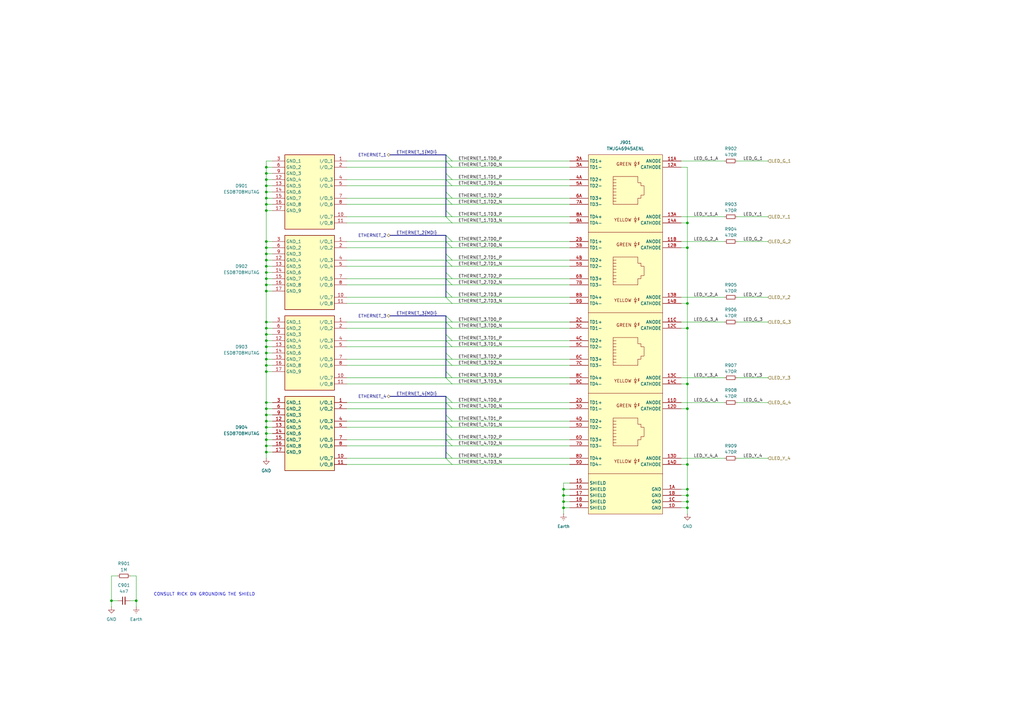
<source format=kicad_sch>
(kicad_sch (version 20231120) (generator "eeschema") (generator_version "8.0")
  (paper "A3")
  (title_block (title "RJ45 Connectors") (date "2024-04-06") (rev "0.0.0") (company "Ben Smith"))
  (lib_symbols
    (symbol "Device:C_Small" (pin_numbers hide) (pin_names (offset 0.254) hide)
      (property "Reference" "C" (at 0.254 1.778 0))
      (property "Value" "C_Small" (at 0.254 -2.032 0))
      (symbol "C_Small_0_1"
        (polyline (pts (xy -1.524 -0.508) (xy 1.524 -0.508)) (stroke (width 0.3302)))
        (polyline (pts (xy -1.524 0.508) (xy 1.524 0.508)) (stroke (width 0.3048)))
      )
      (symbol "C_Small_1_1"
        (pin passive line (at 0 2.54 270) (length 2.032) (name "~") (number "1"))
        (pin passive line (at 0 -2.54 90) (length 2.032) (name "~") (number "2"))
      )
    )
    (symbol "Device:R_Small" (pin_numbers hide) (pin_names (offset 0.254) hide)
      (property "Reference" "R" (at 0.762 0.508 0))
      (property "Value" "R_Small" (at 0.762 -1.016 0))
      (symbol "R_Small_0_1"
        (rectangle (start -0.762 1.778) (end 0.762 -1.778) (stroke (width 0.2032)))
      )
      (symbol "R_Small_1_1"
        (pin passive line (at 0 2.54 270) (length 0.762) (name "~") (number "1"))
        (pin passive line (at 0 -2.54 90) (length 0.762) (name "~") (number "2"))
      )
    )
    (symbol "ESD8708MUTAG:ESD8708MUTAG"
      (property "Reference" "D" (at 0 5.08 0))
      (property "Value" "ESD8708MUTAG" (at 0 2.54 0))
      (symbol "ESD8708MUTAG_1_1"
        (rectangle (start -10.16 0) (end 10.16 -30.48) (stroke (width 0.254)) (fill (type background)))
        (pin passive line (at 15.24 -2.54 180) (length 5.08) (name "I/O_1") (number "1"))
        (pin passive line (at 15.24 -25.4 180) (length 5.08) (name "I/O_7") (number "10"))
        (pin passive line (at 15.24 -27.94 180) (length 5.08) (name "I/O_8") (number "11"))
        (pin passive line (at -15.24 -10.16 0) (length 5.08) (name "GND_4") (number "12"))
        (pin passive line (at -15.24 -12.7 0) (length 5.08) (name "GND_5") (number "13"))
        (pin passive line (at -15.24 -15.24 0) (length 5.08) (name "GND_6") (number "14"))
        (pin passive line (at -15.24 -17.78 0) (length 5.08) (name "GND_7") (number "15"))
        (pin passive line (at -15.24 -20.32 0) (length 5.08) (name "GND_8") (number "16"))
        (pin passive line (at -15.24 -22.86 0) (length 5.08) (name "GND_9") (number "17"))
        (pin passive line (at 15.24 -5.08 180) (length 5.08) (name "I/O_2") (number "2"))
        (pin passive line (at -15.24 -2.54 0) (length 5.08) (name "GND_1") (number "3"))
        (pin passive line (at 15.24 -10.16 180) (length 5.08) (name "I/O_3") (number "4"))
        (pin passive line (at 15.24 -12.7 180) (length 5.08) (name "I/O_4") (number "5"))
        (pin passive line (at -15.24 -5.08 0) (length 5.08) (name "GND_2") (number "6"))
        (pin passive line (at 15.24 -17.78 180) (length 5.08) (name "I/O_5") (number "7"))
        (pin passive line (at 15.24 -20.32 180) (length 5.08) (name "I/O_6") (number "8"))
        (pin passive line (at -15.24 -7.62 0) (length 5.08) (name "GND_3") (number "9"))
      )
    )
    (symbol "TMJG46945AENL:TMJG46945AENL"
      (property "Reference" "J" (at 0 5.08 0))
      (property "Value" "TMJG46945AENL" (at 0 2.54 0))
      (symbol "TMJG46945AENL_0_1"
        (polyline (pts (xy -15.24 -130.81) (xy 15.24 -130.81)))
        (polyline (pts (xy -15.24 -97.79) (xy 15.24 -97.79)))
        (polyline (pts (xy -15.24 -64.77) (xy 15.24 -64.77)))
        (polyline (pts (xy -15.24 -31.75) (xy 15.24 -31.75)))
        (polyline (pts (xy -3.81 -110.49) (xy -5.08 -110.49)))
        (polyline (pts (xy -3.81 -109.22) (xy -5.08 -109.22)))
        (polyline (pts (xy -3.81 -77.47) (xy -5.08 -77.47)))
        (polyline (pts (xy -3.81 -76.2) (xy -5.08 -76.2)))
        (polyline (pts (xy -3.81 -44.45) (xy -5.08 -44.45)))
        (polyline (pts (xy -3.81 -43.18) (xy -5.08 -43.18)))
        (polyline (pts (xy -3.81 -11.43) (xy -5.08 -11.43)))
        (polyline (pts (xy -3.81 -10.16) (xy -5.08 -10.16)))
        (polyline (pts (xy 4.064 -127) (xy 4.064 -126.238)))
        (polyline (pts (xy 4.064 -124.46) (xy 4.064 -125.222)))
        (polyline (pts (xy 4.064 -104.14) (xy 4.064 -103.378)))
        (polyline (pts (xy 4.064 -101.6) (xy 4.064 -102.362)))
        (polyline (pts (xy 4.064 -93.98) (xy 4.064 -93.218)))
        (polyline (pts (xy 4.064 -91.44) (xy 4.064 -92.202)))
        (polyline (pts (xy 4.064 -71.12) (xy 4.064 -70.358)))
        (polyline (pts (xy 4.064 -68.58) (xy 4.064 -69.342)))
        (polyline (pts (xy 4.064 -60.96) (xy 4.064 -60.198)))
        (polyline (pts (xy 4.064 -58.42) (xy 4.064 -59.182)))
        (polyline (pts (xy 4.064 -38.1) (xy 4.064 -37.338)))
        (polyline (pts (xy 4.064 -35.56) (xy 4.064 -36.322)))
        (polyline (pts (xy 4.064 -27.94) (xy 4.064 -27.178)))
        (polyline (pts (xy 4.064 -25.4) (xy 4.064 -26.162)))
        (polyline (pts (xy 4.064 -5.08) (xy 4.064 -4.318)))
        (polyline (pts (xy 4.064 -2.54) (xy 4.064 -3.302)))
        (polyline (pts (xy 4.572 -126.238) (xy 3.556 -126.238)))
        (polyline (pts (xy 4.572 -103.378) (xy 3.556 -103.378)))
        (polyline (pts (xy 4.572 -93.218) (xy 3.556 -93.218)))
        (polyline (pts (xy 4.572 -70.358) (xy 3.556 -70.358)))
        (polyline (pts (xy 4.572 -60.198) (xy 3.556 -60.198)))
        (polyline (pts (xy 4.572 -37.338) (xy 3.556 -37.338)))
        (polyline (pts (xy 4.572 -27.178) (xy 3.556 -27.178)))
        (polyline (pts (xy 4.572 -4.318) (xy 3.556 -4.318)))
        (polyline (pts (xy 5.588 -125.476) (xy 5.461 -125.857)))
        (polyline (pts (xy 5.588 -124.841) (xy 5.461 -125.222)))
        (polyline (pts (xy 5.588 -102.616) (xy 5.461 -102.997)))
        (polyline (pts (xy 5.588 -101.981) (xy 5.461 -102.362)))
        (polyline (pts (xy 5.588 -92.456) (xy 5.461 -92.837)))
        (polyline (pts (xy 5.588 -91.821) (xy 5.461 -92.202)))
        (polyline (pts (xy 5.588 -69.596) (xy 5.461 -69.977)))
        (polyline (pts (xy 5.588 -68.961) (xy 5.461 -69.342)))
        (polyline (pts (xy 5.588 -59.436) (xy 5.461 -59.817)))
        (polyline (pts (xy 5.588 -58.801) (xy 5.461 -59.182)))
        (polyline (pts (xy 5.588 -36.576) (xy 5.461 -36.957)))
        (polyline (pts (xy 5.588 -35.941) (xy 5.461 -36.322)))
        (polyline (pts (xy 5.588 -26.416) (xy 5.461 -26.797)))
        (polyline (pts (xy 5.588 -25.781) (xy 5.461 -26.162)))
        (polyline (pts (xy 5.588 -3.556) (xy 5.461 -3.937)))
        (polyline (pts (xy 5.588 -2.921) (xy 5.461 -3.302)))
        (polyline (pts (xy -5.08 -118.11) (xy -3.81 -118.11) (xy -3.81 -118.11)))
        (polyline (pts (xy -5.08 -116.84) (xy -3.81 -116.84) (xy -3.81 -116.84)))
        (polyline (pts (xy -5.08 -115.57) (xy -3.81 -115.57) (xy -3.81 -115.57)))
        (polyline (pts (xy -5.08 -114.3) (xy -3.81 -114.3) (xy -3.81 -114.3)))
        (polyline (pts (xy -5.08 -113.03) (xy -3.81 -113.03) (xy -3.81 -113.03)))
        (polyline (pts (xy -5.08 -85.09) (xy -3.81 -85.09) (xy -3.81 -85.09)))
        (polyline (pts (xy -5.08 -83.82) (xy -3.81 -83.82) (xy -3.81 -83.82)))
        (polyline (pts (xy -5.08 -82.55) (xy -3.81 -82.55) (xy -3.81 -82.55)))
        (polyline (pts (xy -5.08 -81.28) (xy -3.81 -81.28) (xy -3.81 -81.28)))
        (polyline (pts (xy -5.08 -80.01) (xy -3.81 -80.01) (xy -3.81 -80.01)))
        (polyline (pts (xy -5.08 -52.07) (xy -3.81 -52.07) (xy -3.81 -52.07)))
        (polyline (pts (xy -5.08 -50.8) (xy -3.81 -50.8) (xy -3.81 -50.8)))
        (polyline (pts (xy -5.08 -49.53) (xy -3.81 -49.53) (xy -3.81 -49.53)))
        (polyline (pts (xy -5.08 -48.26) (xy -3.81 -48.26) (xy -3.81 -48.26)))
        (polyline (pts (xy -5.08 -46.99) (xy -3.81 -46.99) (xy -3.81 -46.99)))
        (polyline (pts (xy -5.08 -19.05) (xy -3.81 -19.05) (xy -3.81 -19.05)))
        (polyline (pts (xy -5.08 -17.78) (xy -3.81 -17.78) (xy -3.81 -17.78)))
        (polyline (pts (xy -5.08 -16.51) (xy -3.81 -16.51) (xy -3.81 -16.51)))
        (polyline (pts (xy -5.08 -15.24) (xy -3.81 -15.24) (xy -3.81 -15.24)))
        (polyline (pts (xy -5.08 -13.97) (xy -3.81 -13.97) (xy -3.81 -13.97)))
        (polyline (pts (xy -3.81 -111.76) (xy -5.08 -111.76) (xy -5.08 -111.76)))
        (polyline (pts (xy -3.81 -78.74) (xy -5.08 -78.74) (xy -5.08 -78.74)))
        (polyline (pts (xy -3.81 -45.72) (xy -5.08 -45.72) (xy -5.08 -45.72)))
        (polyline (pts (xy -3.81 -12.7) (xy -5.08 -12.7) (xy -5.08 -12.7)))
        (polyline (pts (xy 5.08 -125.984) (xy 5.588 -125.476) (xy 5.207 -125.603)))
        (polyline (pts (xy 5.08 -125.349) (xy 5.588 -124.841) (xy 5.207 -124.968)))
        (polyline (pts (xy 5.08 -103.124) (xy 5.588 -102.616) (xy 5.207 -102.743)))
        (polyline (pts (xy 5.08 -102.489) (xy 5.588 -101.981) (xy 5.207 -102.108)))
        (polyline (pts (xy 5.08 -92.964) (xy 5.588 -92.456) (xy 5.207 -92.583)))
        (polyline (pts (xy 5.08 -92.329) (xy 5.588 -91.821) (xy 5.207 -91.948)))
        (polyline (pts (xy 5.08 -70.104) (xy 5.588 -69.596) (xy 5.207 -69.723)))
        (polyline (pts (xy 5.08 -69.469) (xy 5.588 -68.961) (xy 5.207 -69.088)))
        (polyline (pts (xy 5.08 -59.944) (xy 5.588 -59.436) (xy 5.207 -59.563)))
        (polyline (pts (xy 5.08 -59.309) (xy 5.588 -58.801) (xy 5.207 -58.928)))
        (polyline (pts (xy 5.08 -37.084) (xy 5.588 -36.576) (xy 5.207 -36.703)))
        (polyline (pts (xy 5.08 -36.449) (xy 5.588 -35.941) (xy 5.207 -36.068)))
        (polyline (pts (xy 5.08 -26.924) (xy 5.588 -26.416) (xy 5.207 -26.543)))
        (polyline (pts (xy 5.08 -26.289) (xy 5.588 -25.781) (xy 5.207 -25.908)))
        (polyline (pts (xy 5.08 -4.064) (xy 5.588 -3.556) (xy 5.207 -3.683)))
        (polyline (pts (xy 5.08 -3.429) (xy 5.588 -2.921) (xy 5.207 -3.048)))
        (polyline (pts (xy 4.064 -126.238) (xy 4.572 -125.222) (xy 3.556 -125.222) (xy 4.064 -126.238)))
        (polyline (pts (xy 4.064 -103.378) (xy 4.572 -102.362) (xy 3.556 -102.362) (xy 4.064 -103.378)))
        (polyline (pts (xy 4.064 -93.218) (xy 4.572 -92.202) (xy 3.556 -92.202) (xy 4.064 -93.218)))
        (polyline (pts (xy 4.064 -70.358) (xy 4.572 -69.342) (xy 3.556 -69.342) (xy 4.064 -70.358)))
        (polyline (pts (xy 4.064 -60.198) (xy 4.572 -59.182) (xy 3.556 -59.182) (xy 4.064 -60.198)))
        (polyline (pts (xy 4.064 -37.338) (xy 4.572 -36.322) (xy 3.556 -36.322) (xy 4.064 -37.338)))
        (polyline (pts (xy 4.064 -27.178) (xy 4.572 -26.162) (xy 3.556 -26.162) (xy 4.064 -27.178)))
        (polyline (pts (xy 4.064 -4.318) (xy 4.572 -3.302) (xy 3.556 -3.302) (xy 4.064 -4.318)))
        (polyline (pts (xy -5.08 -119.38) (xy -5.08 -107.95) (xy 5.08 -107.95) (xy 5.08 -110.49) (xy 6.35 -110.49) (xy 6.35 -111.76) (xy 7.62 -111.76) (xy 7.62 -115.57) (xy 6.35 -115.57) (xy 6.35 -116.84) (xy 5.08 -116.84) (xy 5.08 -119.38) (xy -5.08 -119.38) (xy -5.08 -119.38)))
        (polyline (pts (xy -5.08 -86.36) (xy -5.08 -74.93) (xy 5.08 -74.93) (xy 5.08 -77.47) (xy 6.35 -77.47) (xy 6.35 -78.74) (xy 7.62 -78.74) (xy 7.62 -82.55) (xy 6.35 -82.55) (xy 6.35 -83.82) (xy 5.08 -83.82) (xy 5.08 -86.36) (xy -5.08 -86.36) (xy -5.08 -86.36)))
        (polyline (pts (xy -5.08 -53.34) (xy -5.08 -41.91) (xy 5.08 -41.91) (xy 5.08 -44.45) (xy 6.35 -44.45) (xy 6.35 -45.72) (xy 7.62 -45.72) (xy 7.62 -49.53) (xy 6.35 -49.53) (xy 6.35 -50.8) (xy 5.08 -50.8) (xy 5.08 -53.34) (xy -5.08 -53.34) (xy -5.08 -53.34)))
        (polyline (pts (xy -5.08 -20.32) (xy -5.08 -8.89) (xy 5.08 -8.89) (xy 5.08 -11.43) (xy 6.35 -11.43) (xy 6.35 -12.7) (xy 7.62 -12.7) (xy 7.62 -16.51) (xy 6.35 -16.51) (xy 6.35 -17.78) (xy 5.08 -17.78) (xy 5.08 -20.32) (xy -5.08 -20.32) (xy -5.08 -20.32)))
      )
      (symbol "TMJG46945AENL_1_1"
        (rectangle (start -15.24 0) (end 15.24 -147.32) (fill (type background)))
        (text "GREEN" (at 2.54 -102.87 0) (effects (font (size 1.27 1.27)) (justify right)))
        (text "GREEN" (at 2.54 -69.85 0) (effects (font (size 1.27 1.27)) (justify right)))
        (text "GREEN" (at 2.54 -36.83 0) (effects (font (size 1.27 1.27)) (justify right)))
        (text "GREEN" (at 2.54 -3.81 0) (effects (font (size 1.27 1.27)) (justify right)))
        (text "YELLOW" (at 2.54 -125.73 0) (effects (font (size 1.27 1.27)) (justify right)))
        (text "YELLOW" (at 2.54 -92.71 0) (effects (font (size 1.27 1.27)) (justify right)))
        (text "YELLOW" (at 2.54 -59.69 0) (effects (font (size 1.27 1.27)) (justify right)))
        (text "YELLOW" (at 2.54 -26.67 0) (effects (font (size 1.27 1.27)) (justify right)))
        (pin unspecified line (at 22.86 -2.54 180) (length 7.62) (name "ANODE") (number "11A"))
        (pin unspecified line (at 22.86 -35.56 180) (length 7.62) (name "ANODE") (number "11B"))
        (pin unspecified line (at 22.86 -68.58 180) (length 7.62) (name "ANODE") (number "11C"))
        (pin unspecified line (at 22.86 -101.6 180) (length 7.62) (name "ANODE") (number "11D"))
        (pin unspecified line (at 22.86 -5.08 180) (length 7.62) (name "CATHODE") (number "12A"))
        (pin unspecified line (at 22.86 -38.1 180) (length 7.62) (name "CATHODE") (number "12B"))
        (pin unspecified line (at 22.86 -71.12 180) (length 7.62) (name "CATHODE") (number "12C"))
        (pin unspecified line (at 22.86 -104.14 180) (length 7.62) (name "CATHODE") (number "12D"))
        (pin unspecified line (at 22.86 -25.4 180) (length 7.62) (name "ANODE") (number "13A"))
        (pin unspecified line (at 22.86 -58.42 180) (length 7.62) (name "ANODE") (number "13B"))
        (pin unspecified line (at 22.86 -91.44 180) (length 7.62) (name "ANODE") (number "13C"))
        (pin unspecified line (at 22.86 -124.46 180) (length 7.62) (name "ANODE") (number "13D"))
        (pin unspecified line (at 22.86 -27.94 180) (length 7.62) (name "CATHODE") (number "14A"))
        (pin unspecified line (at 22.86 -60.96 180) (length 7.62) (name "CATHODE") (number "14B"))
        (pin unspecified line (at 22.86 -93.98 180) (length 7.62) (name "CATHODE") (number "14C"))
        (pin unspecified line (at 22.86 -127 180) (length 7.62) (name "CATHODE") (number "14D"))
        (pin unspecified line (at -22.86 -134.62 0) (length 7.62) (name "SHIELD") (number "15"))
        (pin unspecified line (at -22.86 -137.16 0) (length 7.62) (name "SHIELD") (number "16"))
        (pin unspecified line (at -22.86 -139.7 0) (length 7.62) (name "SHIELD") (number "17"))
        (pin unspecified line (at -22.86 -142.24 0) (length 7.62) (name "SHIELD") (number "18"))
        (pin unspecified line (at -22.86 -144.78 0) (length 7.62) (name "SHIELD") (number "19"))
        (pin unspecified line (at 22.86 -137.16 180) (length 7.62) (name "GND") (number "1A"))
        (pin unspecified line (at 22.86 -139.7 180) (length 7.62) (name "GND") (number "1B"))
        (pin unspecified line (at 22.86 -142.24 180) (length 7.62) (name "GND") (number "1C"))
        (pin unspecified line (at 22.86 -144.78 180) (length 7.62) (name "GND") (number "1D"))
        (pin bidirectional line (at -22.86 -2.54 0) (length 7.62) (name "TD1+") (number "2A"))
        (pin bidirectional line (at -22.86 -35.56 0) (length 7.62) (name "TD1+") (number "2B"))
        (pin bidirectional line (at -22.86 -68.58 0) (length 7.62) (name "TD1+") (number "2C"))
        (pin bidirectional line (at -22.86 -101.6 0) (length 7.62) (name "TD1+") (number "2D"))
        (pin bidirectional line (at -22.86 -5.08 0) (length 7.62) (name "TD1-") (number "3A"))
        (pin bidirectional line (at -22.86 -38.1 0) (length 7.62) (name "TD1-") (number "3B"))
        (pin bidirectional line (at -22.86 -71.12 0) (length 7.62) (name "TD1-") (number "3C"))
        (pin bidirectional line (at -22.86 -104.14 0) (length 7.62) (name "TD1-") (number "3D"))
        (pin bidirectional line (at -22.86 -10.16 0) (length 7.62) (name "TD2+") (number "4A"))
        (pin bidirectional line (at -22.86 -43.18 0) (length 7.62) (name "TD2+") (number "4B"))
        (pin bidirectional line (at -22.86 -76.2 0) (length 7.62) (name "TD2+") (number "4C"))
        (pin bidirectional line (at -22.86 -109.22 0) (length 7.62) (name "TD2+") (number "4D"))
        (pin bidirectional line (at -22.86 -12.7 0) (length 7.62) (name "TD2-") (number "5A"))
        (pin bidirectional line (at -22.86 -45.72 0) (length 7.62) (name "TD2-") (number "5B"))
        (pin bidirectional line (at -22.86 -78.74 0) (length 7.62) (name "TD2-") (number "5C"))
        (pin bidirectional line (at -22.86 -111.76 0) (length 7.62) (name "TD2-") (number "5D"))
        (pin bidirectional line (at -22.86 -17.78 0) (length 7.62) (name "TD3+") (number "6A"))
        (pin bidirectional line (at -22.86 -50.8 0) (length 7.62) (name "TD3+") (number "6B"))
        (pin bidirectional line (at -22.86 -83.82 0) (length 7.62) (name "TD3+") (number "6C"))
        (pin bidirectional line (at -22.86 -116.84 0) (length 7.62) (name "TD3+") (number "6D"))
        (pin bidirectional line (at -22.86 -20.32 0) (length 7.62) (name "TD3-") (number "7A"))
        (pin bidirectional line (at -22.86 -53.34 0) (length 7.62) (name "TD3-") (number "7B"))
        (pin bidirectional line (at -22.86 -86.36 0) (length 7.62) (name "TD3-") (number "7C"))
        (pin bidirectional line (at -22.86 -119.38 0) (length 7.62) (name "TD3-") (number "7D"))
        (pin bidirectional line (at -22.86 -25.4 0) (length 7.62) (name "TD4+") (number "8A"))
        (pin bidirectional line (at -22.86 -58.42 0) (length 7.62) (name "TD4+") (number "8B"))
        (pin bidirectional line (at -22.86 -91.44 0) (length 7.62) (name "TD4+") (number "8C"))
        (pin bidirectional line (at -22.86 -124.46 0) (length 7.62) (name "TD4+") (number "8D"))
        (pin bidirectional line (at -22.86 -27.94 0) (length 7.62) (name "TD4-") (number "9A"))
        (pin bidirectional line (at -22.86 -60.96 0) (length 7.62) (name "TD4-") (number "9B"))
        (pin bidirectional line (at -22.86 -93.98 0) (length 7.62) (name "TD4-") (number "9C"))
        (pin bidirectional line (at -22.86 -127 0) (length 7.62) (name "TD4-") (number "9D"))
      )
    )
    (symbol "power:Earth" (power) (pin_numbers hide) (pin_names (offset 0) hide)
      (property "Value" "Earth" (at 0 -3.81 0))
      (symbol "Earth_0_1"
        (polyline (pts (xy -0.635 -1.905) (xy 0.635 -1.905)))
        (polyline (pts (xy -0.127 -2.54) (xy 0.127 -2.54)))
        (polyline (pts (xy 0 -1.27) (xy 0 0)))
        (polyline (pts (xy 1.27 -1.27) (xy -1.27 -1.27)))
      )
      (symbol "Earth_1_1"
        (pin power_in line (at 0 0 270) (length 0) (name "~") (number "1"))
      )
    )
    (symbol "power:GND" (power) (pin_numbers hide) (pin_names (offset 0) hide)
      (property "Value" "GND" (at 0 -3.81 0))
      (symbol "GND_0_1"
        (polyline (pts (xy 0 0) (xy 0 -1.27) (xy 1.27 -1.27) (xy 0 -2.54) (xy -1.27 -1.27) (xy 0 -1.27)))
      )
      (symbol "GND_1_1"
        (pin power_in line (at 0 0 270) (length 0) (name "~") (number "1"))
      )
    )
  )
  (junction (at 45.72 246.38))
  (junction (at 281.94 101.6))
  (junction (at 109.22 134.62))
  (junction (at 281.94 167.64))
  (junction (at 109.22 83.82))
  (junction (at 281.94 205.74))
  (junction (at 109.22 71.12))
  (junction (at 55.88 246.38))
  (junction (at 109.22 114.3))
  (junction (at 281.94 124.46))
  (junction (at 109.22 175.26))
  (junction (at 109.22 137.16))
  (junction (at 109.22 109.22))
  (junction (at 281.94 134.62))
  (junction (at 109.22 177.8))
  (junction (at 281.94 91.44))
  (junction (at 281.94 203.2))
  (junction (at 109.22 144.78))
  (junction (at 109.22 172.72))
  (junction (at 231.14 205.74))
  (junction (at 109.22 165.1))
  (junction (at 109.22 86.36))
  (junction (at 109.22 149.86))
  (junction (at 109.22 170.18))
  (junction (at 109.22 180.34))
  (junction (at 109.22 116.84))
  (junction (at 109.22 76.2))
  (junction (at 109.22 142.24))
  (junction (at 281.94 190.5))
  (junction (at 109.22 182.88))
  (junction (at 231.14 208.28))
  (junction (at 231.14 203.2))
  (junction (at 109.22 167.64))
  (junction (at 109.22 99.06))
  (junction (at 109.22 68.58))
  (junction (at 109.22 78.74))
  (junction (at 231.14 200.66))
  (junction (at 109.22 81.28))
  (junction (at 109.22 106.68))
  (junction (at 109.22 119.38))
  (junction (at 109.22 132.08))
  (junction (at 109.22 147.32))
  (junction (at 281.94 157.48))
  (junction (at 281.94 200.66))
  (junction (at 109.22 111.76))
  (junction (at 109.22 139.7))
  (junction (at 109.22 101.6))
  (junction (at 109.22 73.66))
  (junction (at 281.94 208.28))
  (junction (at 109.22 152.4))
  (junction (at 109.22 104.14))
  (junction (at 109.22 185.42))
  (bus_entry (at 182.88 86.36) (size 2.54 2.54))
  (bus_entry (at 182.88 162.56) (size 2.54 2.54))
  (bus_entry (at 182.88 88.9) (size 2.54 2.54))
  (bus_entry (at 182.88 172.72) (size 2.54 2.54))
  (bus_entry (at 182.88 139.7) (size 2.54 2.54))
  (bus_entry (at 182.88 81.28) (size 2.54 2.54))
  (bus_entry (at 182.88 137.16) (size 2.54 2.54))
  (bus_entry (at 182.88 119.38) (size 2.54 2.54))
  (bus_entry (at 182.88 132.08) (size 2.54 2.54))
  (bus_entry (at 182.88 121.92) (size 2.54 2.54))
  (bus_entry (at 182.88 177.8) (size 2.54 2.54))
  (bus_entry (at 182.88 170.18) (size 2.54 2.54))
  (bus_entry (at 182.88 185.42) (size 2.54 2.54))
  (bus_entry (at 182.88 106.68) (size 2.54 2.54))
  (bus_entry (at 182.88 180.34) (size 2.54 2.54))
  (bus_entry (at 182.88 71.12) (size 2.54 2.54))
  (bus_entry (at 182.88 96.52) (size 2.54 2.54))
  (bus_entry (at 182.88 104.14) (size 2.54 2.54))
  (bus_entry (at 182.88 147.32) (size 2.54 2.54))
  (bus_entry (at 182.88 129.54) (size 2.54 2.54))
  (bus_entry (at 182.88 152.4) (size 2.54 2.54))
  (bus_entry (at 182.88 73.66) (size 2.54 2.54))
  (bus_entry (at 182.88 99.06) (size 2.54 2.54))
  (bus_entry (at 182.88 114.3) (size 2.54 2.54))
  (bus_entry (at 182.88 111.76) (size 2.54 2.54))
  (bus_entry (at 182.88 66.04) (size 2.54 2.54))
  (bus_entry (at 182.88 165.1) (size 2.54 2.54))
  (bus_entry (at 182.88 78.74) (size 2.54 2.54))
  (bus_entry (at 182.88 144.78) (size 2.54 2.54))
  (bus_entry (at 182.88 154.94) (size 2.54 2.54))
  (bus_entry (at 182.88 63.5) (size 2.54 2.54))
  (bus_entry (at 182.88 187.96) (size 2.54 2.54))
  (wire (pts (xy 109.22 81.28) (xy 109.22 83.82)))
  (wire (pts (xy 182.88 154.94) (xy 185.42 154.94)))
  (wire (pts (xy 109.22 149.86) (xy 109.22 152.4)))
  (wire (pts (xy 185.42 175.26) (xy 233.68 175.26)))
  (wire (pts (xy 185.42 124.46) (xy 233.68 124.46)))
  (wire (pts (xy 279.4 132.08) (xy 297.18 132.08)))
  (wire (pts (xy 279.4 134.62) (xy 281.94 134.62)))
  (wire (pts (xy 182.88 180.34) (xy 185.42 180.34)))
  (bus (pts (xy 182.88 81.28) (xy 182.88 78.74)))
  (wire (pts (xy 109.22 104.14) (xy 109.22 106.68)))
  (wire (pts (xy 109.22 134.62) (xy 111.76 134.62)))
  (wire (pts (xy 109.22 83.82) (xy 111.76 83.82)))
  (wire (pts (xy 142.24 154.94) (xy 182.88 154.94)))
  (wire (pts (xy 142.24 190.5) (xy 185.42 190.5)))
  (wire (pts (xy 142.24 101.6) (xy 185.42 101.6)))
  (wire (pts (xy 182.88 187.96) (xy 185.42 187.96)))
  (wire (pts (xy 109.22 106.68) (xy 111.76 106.68)))
  (bus (pts (xy 182.88 147.32) (xy 182.88 144.78)))
  (wire (pts (xy 109.22 99.06) (xy 111.76 99.06)))
  (wire (pts (xy 45.72 248.92) (xy 45.72 246.38)))
  (bus (pts (xy 182.88 86.36) (xy 182.88 81.28)))
  (wire (pts (xy 109.22 78.74) (xy 109.22 81.28)))
  (wire (pts (xy 142.24 66.04) (xy 182.88 66.04)))
  (wire (pts (xy 231.14 203.2) (xy 233.68 203.2)))
  (wire (pts (xy 185.42 81.28) (xy 233.68 81.28)))
  (bus (pts (xy 182.88 73.66) (xy 182.88 71.12)))
  (wire (pts (xy 182.88 81.28) (xy 185.42 81.28)))
  (bus (pts (xy 182.88 114.3) (xy 182.88 111.76)))
  (wire (pts (xy 281.94 167.64) (xy 281.94 190.5)))
  (wire (pts (xy 142.24 142.24) (xy 185.42 142.24)))
  (wire (pts (xy 185.42 134.62) (xy 233.68 134.62)))
  (wire (pts (xy 109.22 170.18) (xy 111.76 170.18)))
  (bus (pts (xy 182.88 106.68) (xy 182.88 104.14)))
  (wire (pts (xy 281.94 205.74) (xy 281.94 203.2)))
  (wire (pts (xy 109.22 116.84) (xy 111.76 116.84)))
  (wire (pts (xy 182.88 139.7) (xy 185.42 139.7)))
  (wire (pts (xy 142.24 124.46) (xy 185.42 124.46)))
  (wire (pts (xy 182.88 106.68) (xy 185.42 106.68)))
  (bus (pts (xy 182.88 66.04) (xy 182.88 63.5)))
  (wire (pts (xy 109.22 182.88) (xy 109.22 185.42)))
  (wire (pts (xy 302.26 187.96) (xy 314.96 187.96)))
  (wire (pts (xy 231.14 208.28) (xy 231.14 205.74)))
  (wire (pts (xy 281.94 157.48) (xy 281.94 167.64)))
  (wire (pts (xy 142.24 149.86) (xy 185.42 149.86)))
  (bus (pts (xy 182.88 185.42) (xy 182.88 180.34)))
  (wire (pts (xy 142.24 121.92) (xy 182.88 121.92)))
  (wire (pts (xy 109.22 78.74) (xy 111.76 78.74)))
  (wire (pts (xy 109.22 81.28) (xy 111.76 81.28)))
  (wire (pts (xy 109.22 68.58) (xy 109.22 71.12)))
  (wire (pts (xy 279.4 157.48) (xy 281.94 157.48)))
  (bus (pts (xy 182.88 119.38) (xy 182.88 114.3)))
  (wire (pts (xy 109.22 73.66) (xy 111.76 73.66)))
  (wire (pts (xy 185.42 172.72) (xy 233.68 172.72)))
  (wire (pts (xy 185.42 109.22) (xy 233.68 109.22)))
  (wire (pts (xy 185.42 66.04) (xy 233.68 66.04)))
  (wire (pts (xy 109.22 175.26) (xy 109.22 177.8)))
  (wire (pts (xy 281.94 124.46) (xy 281.94 134.62)))
  (wire (pts (xy 109.22 76.2) (xy 109.22 78.74)))
  (wire (pts (xy 109.22 165.1) (xy 109.22 167.64)))
  (wire (pts (xy 142.24 88.9) (xy 182.88 88.9)))
  (wire (pts (xy 182.88 114.3) (xy 185.42 114.3)))
  (wire (pts (xy 281.94 203.2) (xy 281.94 200.66)))
  (wire (pts (xy 279.4 165.1) (xy 297.18 165.1)))
  (wire (pts (xy 185.42 68.58) (xy 233.68 68.58)))
  (wire (pts (xy 182.88 88.9) (xy 185.42 88.9)))
  (wire (pts (xy 109.22 180.34) (xy 109.22 182.88)))
  (wire (pts (xy 185.42 167.64) (xy 233.68 167.64)))
  (wire (pts (xy 109.22 114.3) (xy 109.22 116.84)))
  (wire (pts (xy 231.14 203.2) (xy 231.14 200.66)))
  (wire (pts (xy 109.22 185.42) (xy 111.76 185.42)))
  (wire (pts (xy 109.22 182.88) (xy 111.76 182.88)))
  (wire (pts (xy 231.14 205.74) (xy 231.14 203.2)))
  (wire (pts (xy 302.26 132.08) (xy 314.96 132.08)))
  (wire (pts (xy 231.14 198.12) (xy 231.14 200.66)))
  (wire (pts (xy 281.94 134.62) (xy 281.94 157.48)))
  (bus (pts (xy 182.88 99.06) (xy 182.88 96.52)))
  (wire (pts (xy 185.42 157.48) (xy 233.68 157.48)))
  (wire (pts (xy 109.22 177.8) (xy 111.76 177.8)))
  (wire (pts (xy 142.24 116.84) (xy 185.42 116.84)))
  (wire (pts (xy 109.22 106.68) (xy 109.22 109.22)))
  (wire (pts (xy 109.22 101.6) (xy 111.76 101.6)))
  (wire (pts (xy 109.22 180.34) (xy 111.76 180.34)))
  (wire (pts (xy 109.22 86.36) (xy 109.22 99.06)))
  (wire (pts (xy 109.22 76.2) (xy 111.76 76.2)))
  (bus (pts (xy 160.02 63.5) (xy 182.88 63.5)))
  (wire (pts (xy 109.22 142.24) (xy 111.76 142.24)))
  (bus (pts (xy 182.88 177.8) (xy 182.88 172.72)))
  (wire (pts (xy 233.68 198.12) (xy 231.14 198.12)))
  (wire (pts (xy 281.94 210.82) (xy 281.94 208.28)))
  (wire (pts (xy 109.22 83.82) (xy 109.22 86.36)))
  (wire (pts (xy 109.22 104.14) (xy 111.76 104.14)))
  (wire (pts (xy 142.24 157.48) (xy 185.42 157.48)))
  (wire (pts (xy 109.22 109.22) (xy 109.22 111.76)))
  (wire (pts (xy 185.42 121.92) (xy 233.68 121.92)))
  (bus (pts (xy 182.88 111.76) (xy 182.88 106.68)))
  (wire (pts (xy 231.14 208.28) (xy 233.68 208.28)))
  (wire (pts (xy 142.24 73.66) (xy 182.88 73.66)))
  (wire (pts (xy 45.72 236.22) (xy 45.72 246.38)))
  (wire (pts (xy 109.22 152.4) (xy 111.76 152.4)))
  (wire (pts (xy 185.42 99.06) (xy 233.68 99.06)))
  (wire (pts (xy 109.22 111.76) (xy 109.22 114.3)))
  (wire (pts (xy 109.22 172.72) (xy 111.76 172.72)))
  (wire (pts (xy 185.42 91.44) (xy 233.68 91.44)))
  (wire (pts (xy 142.24 109.22) (xy 185.42 109.22)))
  (wire (pts (xy 142.24 106.68) (xy 182.88 106.68)))
  (wire (pts (xy 45.72 246.38) (xy 48.26 246.38)))
  (wire (pts (xy 48.26 236.22) (xy 45.72 236.22)))
  (wire (pts (xy 109.22 175.26) (xy 111.76 175.26)))
  (bus (pts (xy 182.88 104.14) (xy 182.88 99.06)))
  (wire (pts (xy 182.88 132.08) (xy 185.42 132.08)))
  (wire (pts (xy 281.94 200.66) (xy 279.4 200.66)))
  (wire (pts (xy 182.88 66.04) (xy 185.42 66.04)))
  (wire (pts (xy 109.22 134.62) (xy 109.22 137.16)))
  (wire (pts (xy 185.42 187.96) (xy 233.68 187.96)))
  (wire (pts (xy 142.24 175.26) (xy 185.42 175.26)))
  (wire (pts (xy 185.42 106.68) (xy 233.68 106.68)))
  (wire (pts (xy 142.24 81.28) (xy 182.88 81.28)))
  (wire (pts (xy 185.42 154.94) (xy 233.68 154.94)))
  (wire (pts (xy 55.88 246.38) (xy 55.88 248.92)))
  (wire (pts (xy 109.22 132.08) (xy 111.76 132.08)))
  (bus (pts (xy 182.88 154.94) (xy 182.88 152.4)))
  (wire (pts (xy 279.4 121.92) (xy 297.18 121.92)))
  (wire (pts (xy 231.14 210.82) (xy 231.14 208.28)))
  (wire (pts (xy 109.22 142.24) (xy 109.22 144.78)))
  (bus (pts (xy 182.88 172.72) (xy 182.88 170.18)))
  (wire (pts (xy 231.14 205.74) (xy 233.68 205.74)))
  (wire (pts (xy 185.42 132.08) (xy 233.68 132.08)))
  (wire (pts (xy 142.24 91.44) (xy 185.42 91.44)))
  (wire (pts (xy 281.94 205.74) (xy 279.4 205.74)))
  (wire (pts (xy 109.22 111.76) (xy 111.76 111.76)))
  (wire (pts (xy 281.94 101.6) (xy 281.94 124.46)))
  (wire (pts (xy 281.94 68.58) (xy 281.94 91.44)))
  (wire (pts (xy 185.42 88.9) (xy 233.68 88.9)))
  (wire (pts (xy 279.4 167.64) (xy 281.94 167.64)))
  (bus (pts (xy 160.02 162.56) (xy 182.88 162.56)))
  (wire (pts (xy 109.22 86.36) (xy 111.76 86.36)))
  (wire (pts (xy 109.22 101.6) (xy 109.22 104.14)))
  (wire (pts (xy 185.42 147.32) (xy 233.68 147.32)))
  (wire (pts (xy 55.88 236.22) (xy 55.88 246.38)))
  (wire (pts (xy 109.22 147.32) (xy 111.76 147.32)))
  (wire (pts (xy 279.4 187.96) (xy 297.18 187.96)))
  (wire (pts (xy 109.22 177.8) (xy 109.22 180.34)))
  (wire (pts (xy 109.22 165.1) (xy 111.76 165.1)))
  (wire (pts (xy 142.24 165.1) (xy 182.88 165.1)))
  (wire (pts (xy 279.4 154.94) (xy 297.18 154.94)))
  (wire (pts (xy 182.88 147.32) (xy 185.42 147.32)))
  (bus (pts (xy 182.88 170.18) (xy 182.88 165.1)))
  (wire (pts (xy 109.22 114.3) (xy 111.76 114.3)))
  (wire (pts (xy 185.42 190.5) (xy 233.68 190.5)))
  (wire (pts (xy 302.26 154.94) (xy 314.96 154.94)))
  (wire (pts (xy 185.42 83.82) (xy 233.68 83.82)))
  (wire (pts (xy 109.22 66.04) (xy 109.22 68.58)))
  (wire (pts (xy 182.88 121.92) (xy 185.42 121.92)))
  (wire (pts (xy 182.88 73.66) (xy 185.42 73.66)))
  (wire (pts (xy 185.42 139.7) (xy 233.68 139.7)))
  (wire (pts (xy 109.22 132.08) (xy 109.22 134.62)))
  (wire (pts (xy 109.22 68.58) (xy 111.76 68.58)))
  (wire (pts (xy 185.42 182.88) (xy 233.68 182.88)))
  (wire (pts (xy 142.24 134.62) (xy 185.42 134.62)))
  (wire (pts (xy 302.26 88.9) (xy 314.96 88.9)))
  (wire (pts (xy 281.94 203.2) (xy 279.4 203.2)))
  (wire (pts (xy 142.24 83.82) (xy 185.42 83.82)))
  (wire (pts (xy 109.22 137.16) (xy 111.76 137.16)))
  (wire (pts (xy 279.4 190.5) (xy 281.94 190.5)))
  (wire (pts (xy 109.22 185.42) (xy 109.22 187.96)))
  (wire (pts (xy 109.22 172.72) (xy 109.22 175.26)))
  (wire (pts (xy 302.26 66.04) (xy 314.96 66.04)))
  (wire (pts (xy 109.22 144.78) (xy 111.76 144.78)))
  (wire (pts (xy 279.4 66.04) (xy 297.18 66.04)))
  (wire (pts (xy 109.22 66.04) (xy 111.76 66.04)))
  (wire (pts (xy 109.22 119.38) (xy 111.76 119.38)))
  (wire (pts (xy 142.24 99.06) (xy 182.88 99.06)))
  (wire (pts (xy 109.22 167.64) (xy 109.22 170.18)))
  (wire (pts (xy 182.88 165.1) (xy 185.42 165.1)))
  (wire (pts (xy 109.22 147.32) (xy 109.22 149.86)))
  (wire (pts (xy 109.22 139.7) (xy 111.76 139.7)))
  (wire (pts (xy 53.34 236.22) (xy 55.88 236.22)))
  (wire (pts (xy 279.4 91.44) (xy 281.94 91.44)))
  (wire (pts (xy 109.22 71.12) (xy 111.76 71.12)))
  (wire (pts (xy 185.42 116.84) (xy 233.68 116.84)))
  (wire (pts (xy 281.94 208.28) (xy 281.94 205.74)))
  (wire (pts (xy 109.22 137.16) (xy 109.22 139.7)))
  (wire (pts (xy 231.14 200.66) (xy 233.68 200.66)))
  (wire (pts (xy 302.26 121.92) (xy 314.96 121.92)))
  (wire (pts (xy 185.42 142.24) (xy 233.68 142.24)))
  (wire (pts (xy 142.24 139.7) (xy 182.88 139.7)))
  (wire (pts (xy 109.22 149.86) (xy 111.76 149.86)))
  (wire (pts (xy 281.94 190.5) (xy 281.94 200.66)))
  (bus (pts (xy 182.88 187.96) (xy 182.88 185.42)))
  (wire (pts (xy 142.24 187.96) (xy 182.88 187.96)))
  (wire (pts (xy 281.94 91.44) (xy 281.94 101.6)))
  (wire (pts (xy 302.26 99.06) (xy 314.96 99.06)))
  (wire (pts (xy 142.24 180.34) (xy 182.88 180.34)))
  (wire (pts (xy 109.22 99.06) (xy 109.22 101.6)))
  (wire (pts (xy 279.4 68.58) (xy 281.94 68.58)))
  (wire (pts (xy 109.22 152.4) (xy 109.22 165.1)))
  (wire (pts (xy 302.26 165.1) (xy 314.96 165.1)))
  (wire (pts (xy 142.24 114.3) (xy 182.88 114.3)))
  (wire (pts (xy 185.42 73.66) (xy 233.68 73.66)))
  (bus (pts (xy 182.88 121.92) (xy 182.88 119.38)))
  (wire (pts (xy 185.42 114.3) (xy 233.68 114.3)))
  (wire (pts (xy 185.42 76.2) (xy 233.68 76.2)))
  (wire (pts (xy 142.24 182.88) (xy 185.42 182.88)))
  (bus (pts (xy 182.88 132.08) (xy 182.88 129.54)))
  (wire (pts (xy 142.24 76.2) (xy 185.42 76.2)))
  (wire (pts (xy 281.94 208.28) (xy 279.4 208.28)))
  (wire (pts (xy 109.22 119.38) (xy 109.22 132.08)))
  (bus (pts (xy 182.88 144.78) (xy 182.88 139.7)))
  (bus (pts (xy 182.88 152.4) (xy 182.88 147.32)))
  (bus (pts (xy 182.88 139.7) (xy 182.88 137.16)))
  (bus (pts (xy 182.88 71.12) (xy 182.88 66.04)))
  (bus (pts (xy 182.88 165.1) (xy 182.88 162.56)))
  (wire (pts (xy 142.24 68.58) (xy 185.42 68.58)))
  (wire (pts (xy 185.42 101.6) (xy 233.68 101.6)))
  (wire (pts (xy 279.4 101.6) (xy 281.94 101.6)))
  (bus (pts (xy 182.88 137.16) (xy 182.88 132.08)))
  (wire (pts (xy 185.42 180.34) (xy 233.68 180.34)))
  (wire (pts (xy 182.88 172.72) (xy 185.42 172.72)))
  (wire (pts (xy 279.4 124.46) (xy 281.94 124.46)))
  (wire (pts (xy 142.24 172.72) (xy 182.88 172.72)))
  (wire (pts (xy 279.4 88.9) (xy 297.18 88.9)))
  (wire (pts (xy 109.22 139.7) (xy 109.22 142.24)))
  (wire (pts (xy 109.22 167.64) (xy 111.76 167.64)))
  (bus (pts (xy 182.88 78.74) (xy 182.88 73.66)))
  (wire (pts (xy 109.22 116.84) (xy 109.22 119.38)))
  (bus (pts (xy 182.88 88.9) (xy 182.88 86.36)))
  (wire (pts (xy 142.24 132.08) (xy 182.88 132.08)))
  (wire (pts (xy 53.34 246.38) (xy 55.88 246.38)))
  (wire (pts (xy 185.42 165.1) (xy 233.68 165.1)))
  (wire (pts (xy 185.42 149.86) (xy 233.68 149.86)))
  (wire (pts (xy 109.22 109.22) (xy 111.76 109.22)))
  (bus (pts (xy 160.02 129.54) (xy 182.88 129.54)))
  (wire (pts (xy 109.22 73.66) (xy 109.22 76.2)))
  (wire (pts (xy 109.22 71.12) (xy 109.22 73.66)))
  (wire (pts (xy 109.22 144.78) (xy 109.22 147.32)))
  (bus (pts (xy 182.88 180.34) (xy 182.88 177.8)))
  (wire (pts (xy 109.22 170.18) (xy 109.22 172.72)))
  (bus (pts (xy 160.02 96.52) (xy 182.88 96.52)))
  (wire (pts (xy 182.88 99.06) (xy 185.42 99.06)))
  (wire (pts (xy 279.4 99.06) (xy 297.18 99.06)))
  (wire (pts (xy 142.24 147.32) (xy 182.88 147.32)))
  (wire (pts (xy 142.24 167.64) (xy 185.42 167.64)))
  (text "CONSULT RICK ON GROUNDING THE SHIELD" (at 83.82 243.84 0) (effects (font (size 1.27 1.27))))
  (label "LED_G_2" (at 304.8 99.06 0))
  (label "ETHERNET_4.TD2_N" (at 187.96 182.88 0))
  (label "ETHERNET_1.TD3_P" (at 187.96 88.9 0))
  (label "LED_G_1" (at 304.8 66.04 0))
  (label "ETHERNET_1{MDI}" (at 162.56 63.5 0))
  (label "ETHERNET_1.TD1_P" (at 187.96 73.66 0))
  (label "ETHERNET_2.TD1_P" (at 187.96 106.68 0))
  (label "ETHERNET_1.TD0_P" (at 187.96 66.04 0))
  (label "ETHERNET_4.TD3_N" (at 187.96 190.5 0))
  (label "ETHERNET_2.TD0_N" (at 187.96 101.6 0))
  (label "ETHERNET_4{MDI}" (at 162.56 162.56 0))
  (label "LED_Y_1" (at 304.8 88.9 0))
  (label "ETHERNET_4.TD1_P" (at 187.96 172.72 0))
  (label "ETHERNET_3.TD1_P" (at 187.96 139.7 0))
  (label "ETHERNET_3.TD2_P" (at 187.96 147.32 0))
  (label "LED_Y_4_A" (at 284.48 187.96 0))
  (label "ETHERNET_4.TD0_N" (at 187.96 167.64 0))
  (label "ETHERNET_2.TD0_P" (at 187.96 99.06 0))
  (label "LED_G_2_A" (at 284.48 99.06 0))
  (label "LED_G_1_A" (at 284.48 66.04 0))
  (label "ETHERNET_2.TD3_N" (at 187.96 124.46 0))
  (label "LED_G_4_A" (at 284.48 165.1 0))
  (label "ETHERNET_3.TD2_N" (at 187.96 149.86 0))
  (label "ETHERNET_1.TD0_N" (at 187.96 68.58 0))
  (label "LED_Y_3_A" (at 284.48 154.94 0))
  (label "ETHERNET_3.TD3_P" (at 187.96 154.94 0))
  (label "LED_G_3" (at 304.8 132.08 0))
  (label "ETHERNET_3{MDI}" (at 162.56 129.54 0))
  (label "ETHERNET_4.TD2_P" (at 187.96 180.34 0))
  (label "ETHERNET_4.TD1_N" (at 187.96 175.26 0))
  (label "ETHERNET_3.TD0_P" (at 187.96 132.08 0))
  (label "LED_Y_2_A" (at 284.48 121.92 0))
  (label "ETHERNET_3.TD1_N" (at 187.96 142.24 0))
  (label "ETHERNET_2.TD2_P" (at 187.96 114.3 0))
  (label "LED_G_4" (at 304.8 165.1 0))
  (label "LED_Y_3" (at 304.8 154.94 0))
  (label "ETHERNET_1.TD2_P" (at 187.96 81.28 0))
  (label "LED_Y_2" (at 304.8 121.92 0))
  (label "LED_Y_1_A" (at 284.48 88.9 0))
  (label "ETHERNET_2.TD3_P" (at 187.96 121.92 0))
  (label "ETHERNET_2{MDI}" (at 162.56 96.52 0))
  (label "ETHERNET_1.TD2_N" (at 187.96 83.82 0))
  (label "ETHERNET_3.TD0_N" (at 187.96 134.62 0))
  (label "ETHERNET_3.TD3_N" (at 187.96 157.48 0))
  (label "LED_Y_4" (at 304.8 187.96 0))
  (label "ETHERNET_2.TD1_N" (at 187.96 109.22 0))
  (label "ETHERNET_1.TD1_N" (at 187.96 76.2 0))
  (label "ETHERNET_4.TD0_P" (at 187.96 165.1 0))
  (label "ETHERNET_2.TD2_N" (at 187.96 116.84 0))
  (label "LED_G_3_A" (at 284.48 132.08 0))
  (label "ETHERNET_4.TD3_P" (at 187.96 187.96 0))
  (label "ETHERNET_1.TD3_N" (at 187.96 91.44 0))
  (hierarchical_label "ETHERNET_3" (shape bidirectional) (at 160.02 129.54 180))
  (hierarchical_label "LED_G_1" (shape input) (at 314.96 66.04 0))
  (hierarchical_label "LED_G_3" (shape input) (at 314.96 132.08 0))
  (hierarchical_label "LED_Y_1" (shape input) (at 314.96 88.9 0))
  (hierarchical_label "ETHERNET_1" (shape bidirectional) (at 160.02 63.5 180))
  (hierarchical_label "LED_G_4" (shape input) (at 314.96 165.1 0))
  (hierarchical_label "LED_Y_3" (shape input) (at 314.96 154.94 0))
  (hierarchical_label "LED_Y_4" (shape input) (at 314.96 187.96 0))
  (hierarchical_label "LED_Y_2" (shape input) (at 314.96 121.92 0))
  (hierarchical_label "LED_G_2" (shape input) (at 314.96 99.06 0))
  (hierarchical_label "ETHERNET_2" (shape bidirectional) (at 160.02 96.52 180))
  (hierarchical_label "ETHERNET_4" (shape bidirectional) (at 160.02 162.56 180))
  (symbol (lib_id "Device:R_Small") (at 299.72 88.9 90) (unit 1)
    (property "Reference" "R903" (at 299.72 83.82 90))
    (property "Value" "470R" (at 299.72 86.36 90))
    (property "Footprint" "Resistor_SMD:R_0402_1005Metric" (effects (hide yes)))
    (property "Description" "Resistor, small symbol" (effects (hide yes)))
  )
  (symbol (lib_id "Device:R_Small") (at 299.72 154.94 90) (unit 1)
    (property "Reference" "R907" (at 299.72 149.86 90))
    (property "Value" "470R" (at 299.72 152.4 90))
    (property "Footprint" "Resistor_SMD:R_0402_1005Metric" (effects (hide yes)))
    (property "Description" "Resistor, small symbol" (effects (hide yes)))
  )
  (symbol (lib_id "power:Earth") (at 55.88 248.92 0) (unit 1)
    (property "Reference" "#PWR0904" (effects (hide yes)))
    (property "Value" "Earth" (at 55.88 254 0))
    (property "Description" "Power symbol creates a global label with name \"Earth\"" (effects (hide yes)))
  )
  (symbol (lib_id "TMJG46945AENL:TMJG46945AENL") (at 256.54 63.5 0) (unit 1)
    (property "Reference" "J901" (at 256.54 58.42 0))
    (property "Value" "TMJG46945AENL" (at 256.54 60.96 0))
    (property "Footprint" "switch_footprints:TMJG46945AENL" (effects (hide yes)))
    (property "Datasheet" "https://www.mouser.co.uk/datasheet/2/398/TMJG46945AENL-3400359.pdf" (effects (hide yes)))
  )
  (symbol (lib_id "Device:R_Small") (at 299.72 121.92 90) (unit 1)
    (property "Reference" "R905" (at 299.72 116.84 90))
    (property "Value" "470R" (at 299.72 119.38 90))
    (property "Footprint" "Resistor_SMD:R_0402_1005Metric" (effects (hide yes)))
    (property "Description" "Resistor, small symbol" (effects (hide yes)))
  )
  (symbol (lib_id "power:GND") (at 109.22 187.96 0) (mirror y) (unit 1)
    (property "Reference" "#PWR0905" (effects (hide yes)))
    (property "Value" "GND" (at 109.22 193.04 0))
    (property "Description" "Power symbol creates a global label with name \"GND\" , ground" (effects (hide yes)))
  )
  (symbol (lib_id "Device:R_Small") (at 50.8 236.22 90) (unit 1)
    (property "Reference" "R901" (at 50.8 231.14 90))
    (property "Value" "1M" (at 50.8 233.68 90))
    (property "Footprint" "Resistor_SMD:R_0402_1005Metric" (effects (hide yes)))
    (property "Description" "Resistor, small symbol" (effects (hide yes)))
  )
  (symbol (lib_id "ESD8708MUTAG:ESD8708MUTAG") (at 127 96.52 0) (unit 1)
    (property "Reference" "D902" (at 99.06 109.22 0))
    (property "Value" "ESD8708MUTAG" (at 99.06 111.76 0))
    (property "Footprint" "switch_footprints:ESD8708MUTAG" (effects (hide yes)))
    (property "Datasheet" "https://www.onsemi.com/pub/Collateral/ESD8708-D.PDF" (effects (hide yes)))
    (property "Description" "ESD Suppressors / TVS Diodes 8 CHANNEL, 3.3 V UNIDIREC" (effects (hide yes)))
    (property "Height" "0.55" (effects (hide yes)))
    (property "Mouser Part Number" "863-ESD8708MUTAG" (effects (hide yes)))
    (property "Mouser Price/Stock" "https://www.mouser.co.uk/ProductDetail/onsemi/ESD8708MUTAG?qs=%252B6g0mu59x7J1h3T%252BrbDk%252Bw%3D%3D" (effects (hide yes)))
    (property "Manufacturer_Name" "onsemi" (effects (hide yes)))
    (property "Manufacturer_Part_Number" "ESD8708MUTAG" (effects (hide yes)))
  )
  (symbol (lib_id "Device:R_Small") (at 299.72 132.08 90) (unit 1)
    (property "Reference" "R906" (at 299.72 127 90))
    (property "Value" "470R" (at 299.72 129.54 90))
    (property "Footprint" "Resistor_SMD:R_0402_1005Metric" (effects (hide yes)))
    (property "Description" "Resistor, small symbol" (effects (hide yes)))
  )
  (symbol (lib_id "power:Earth") (at 231.14 210.82 0) (mirror y) (unit 1)
    (property "Reference" "#PWR0902" (effects (hide yes)))
    (property "Value" "Earth" (at 231.14 215.9 0))
    (property "Description" "Power symbol creates a global label with name \"Earth\"" (effects (hide yes)))
  )
  (symbol (lib_id "Device:R_Small") (at 299.72 165.1 90) (unit 1)
    (property "Reference" "R908" (at 299.72 160.02 90))
    (property "Value" "470R" (at 299.72 162.56 90))
    (property "Footprint" "Resistor_SMD:R_0402_1005Metric" (effects (hide yes)))
    (property "Description" "Resistor, small symbol" (effects (hide yes)))
  )
  (symbol (lib_id "ESD8708MUTAG:ESD8708MUTAG") (at 127 129.54 0) (unit 1)
    (property "Reference" "D903" (at 99.06 142.24 0))
    (property "Value" "ESD8708MUTAG" (at 99.06 144.78 0))
    (property "Footprint" "switch_footprints:ESD8708MUTAG" (effects (hide yes)))
    (property "Datasheet" "https://www.onsemi.com/pub/Collateral/ESD8708-D.PDF" (effects (hide yes)))
    (property "Description" "ESD Suppressors / TVS Diodes 8 CHANNEL, 3.3 V UNIDIREC" (effects (hide yes)))
    (property "Height" "0.55" (effects (hide yes)))
    (property "Mouser Part Number" "863-ESD8708MUTAG" (effects (hide yes)))
    (property "Mouser Price/Stock" "https://www.mouser.co.uk/ProductDetail/onsemi/ESD8708MUTAG?qs=%252B6g0mu59x7J1h3T%252BrbDk%252Bw%3D%3D" (effects (hide yes)))
    (property "Manufacturer_Name" "onsemi" (effects (hide yes)))
    (property "Manufacturer_Part_Number" "ESD8708MUTAG" (effects (hide yes)))
  )
  (symbol (lib_id "Device:R_Small") (at 299.72 66.04 90) (unit 1)
    (property "Reference" "R902" (at 299.72 60.96 90))
    (property "Value" "470R" (at 299.72 63.5 90))
    (property "Footprint" "Resistor_SMD:R_0402_1005Metric" (effects (hide yes)))
    (property "Description" "Resistor, small symbol" (effects (hide yes)))
  )
  (symbol (lib_id "Device:R_Small") (at 299.72 187.96 90) (unit 1)
    (property "Reference" "R909" (at 299.72 182.88 90))
    (property "Value" "470R" (at 299.72 185.42 90))
    (property "Footprint" "Resistor_SMD:R_0402_1005Metric" (effects (hide yes)))
    (property "Description" "Resistor, small symbol" (effects (hide yes)))
  )
  (symbol (lib_id "ESD8708MUTAG:ESD8708MUTAG") (at 127 162.56 0) (unit 1)
    (property "Reference" "D904" (at 99.06 175.26 0))
    (property "Value" "ESD8708MUTAG" (at 99.06 177.8 0))
    (property "Footprint" "switch_footprints:ESD8708MUTAG" (effects (hide yes)))
    (property "Datasheet" "https://www.onsemi.com/pub/Collateral/ESD8708-D.PDF" (effects (hide yes)))
    (property "Description" "ESD Suppressors / TVS Diodes 8 CHANNEL, 3.3 V UNIDIREC" (effects (hide yes)))
    (property "Height" "0.55" (effects (hide yes)))
    (property "Mouser Part Number" "863-ESD8708MUTAG" (effects (hide yes)))
    (property "Mouser Price/Stock" "https://www.mouser.co.uk/ProductDetail/onsemi/ESD8708MUTAG?qs=%252B6g0mu59x7J1h3T%252BrbDk%252Bw%3D%3D" (effects (hide yes)))
    (property "Manufacturer_Name" "onsemi" (effects (hide yes)))
    (property "Manufacturer_Part_Number" "ESD8708MUTAG" (effects (hide yes)))
  )
  (symbol (lib_id "Device:R_Small") (at 299.72 99.06 90) (unit 1)
    (property "Reference" "R904" (at 299.72 93.98 90))
    (property "Value" "470R" (at 299.72 96.52 90))
    (property "Footprint" "Resistor_SMD:R_0402_1005Metric" (effects (hide yes)))
    (property "Description" "Resistor, small symbol" (effects (hide yes)))
  )
  (symbol (lib_id "power:GND") (at 281.94 210.82 0) (mirror y) (unit 1)
    (property "Reference" "#PWR0901" (effects (hide yes)))
    (property "Value" "GND" (at 281.94 215.9 0))
    (property "Description" "Power symbol creates a global label with name \"GND\" , ground" (effects (hide yes)))
  )
  (symbol (lib_id "ESD8708MUTAG:ESD8708MUTAG") (at 127 63.5 0) (unit 1)
    (property "Reference" "D901" (at 99.06 76.2 0))
    (property "Value" "ESD8708MUTAG" (at 99.06 78.74 0))
    (property "Footprint" "switch_footprints:ESD8708MUTAG" (effects (hide yes)))
    (property "Datasheet" "https://www.onsemi.com/pub/Collateral/ESD8708-D.PDF" (effects (hide yes)))
    (property "Description" "ESD Suppressors / TVS Diodes 8 CHANNEL, 3.3 V UNIDIREC" (effects (hide yes)))
    (property "Height" "0.55" (effects (hide yes)))
    (property "Mouser Part Number" "863-ESD8708MUTAG" (effects (hide yes)))
    (property "Mouser Price/Stock" "https://www.mouser.co.uk/ProductDetail/onsemi/ESD8708MUTAG?qs=%252B6g0mu59x7J1h3T%252BrbDk%252Bw%3D%3D" (effects (hide yes)))
    (property "Manufacturer_Name" "onsemi" (effects (hide yes)))
    (property "Manufacturer_Part_Number" "ESD8708MUTAG" (effects (hide yes)))
  )
  (symbol (lib_id "power:GND") (at 45.72 248.92 0) (unit 1)
    (property "Reference" "#PWR0903" (effects (hide yes)))
    (property "Value" "GND" (at 45.72 254 0))
    (property "Description" "Power symbol creates a global label with name \"GND\" , ground" (effects (hide yes)))
  )
  (symbol (lib_id "Device:C_Small") (at 50.8 246.38 90) (unit 1)
    (property "Reference" "C901" (at 50.8063 240.03 90))
    (property "Value" "4n7" (at 50.8063 242.57 90))
    (property "Footprint" "Capacitor_SMD:C_0402_1005Metric" (effects (hide yes)))
    (property "Description" "Unpolarized capacitor, small symbol" (effects (hide yes)))
  )
)
</source>
